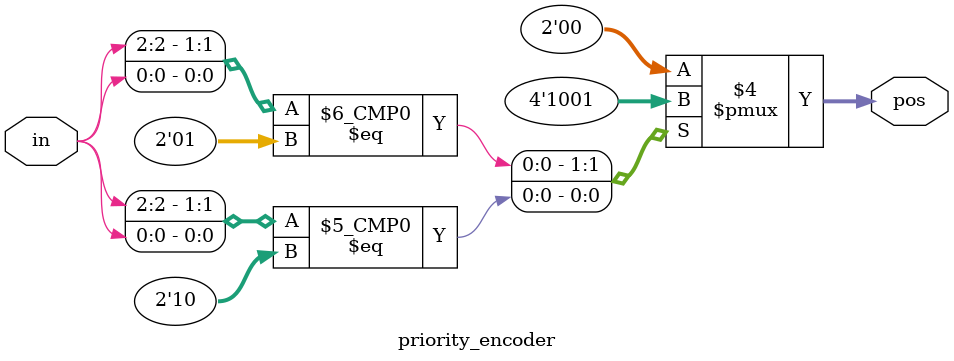
<source format=v>
module priority_encoder( 
input [2:0] in,
output reg [1:0] pos ); 
// When sel=1, assign b to out
always @(in)
begin
casex (in)
3'b0x1: pos = 2'b10;
3'b1x0: pos = 2'b01;
3'bx10: pos = 2'b00;
default: pos = 2'b00;
endcase
end
endmodule

</source>
